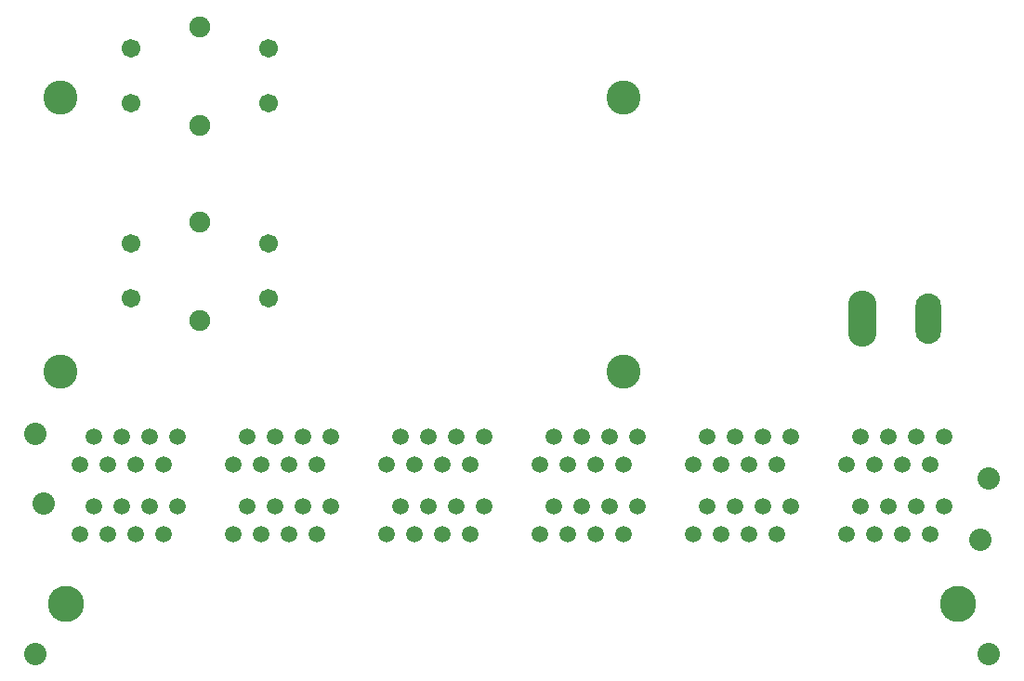
<source format=gbr>
G04 #@! TF.GenerationSoftware,KiCad,Pcbnew,(5.1.0-0)*
G04 #@! TF.CreationDate,2019-04-12T14:29:56-04:00*
G04 #@! TF.ProjectId,pyControl_DSeries,7079436f-6e74-4726-9f6c-5f4453657269,rev?*
G04 #@! TF.SameCoordinates,Original*
G04 #@! TF.FileFunction,Soldermask,Bot*
G04 #@! TF.FilePolarity,Negative*
%FSLAX46Y46*%
G04 Gerber Fmt 4.6, Leading zero omitted, Abs format (unit mm)*
G04 Created by KiCad (PCBNEW (5.1.0-0)) date 2019-04-12 14:29:56*
%MOMM*%
%LPD*%
G04 APERTURE LIST*
%ADD10C,1.901600*%
%ADD11C,1.701600*%
%ADD12O,2.601600X5.101600*%
%ADD13O,2.351600X4.601600*%
%ADD14C,3.301600*%
%ADD15C,1.501600*%
%ADD16C,2.032000*%
%ADD17C,3.101600*%
G04 APERTURE END LIST*
D10*
X68580000Y-99242000D03*
X68580000Y-90242000D03*
D11*
X62330000Y-97242000D03*
X74830000Y-97242000D03*
X74830000Y-92242000D03*
X62330000Y-92242000D03*
D12*
X128905000Y-116840000D03*
D13*
X134905000Y-116840000D03*
D14*
X137668000Y-142811600D03*
X56388000Y-142811600D03*
D15*
X131318000Y-127571600D03*
X132588000Y-136461600D03*
X117348000Y-127571600D03*
X118618000Y-136461600D03*
X103378000Y-127571600D03*
X104648000Y-136461600D03*
X89408000Y-127571600D03*
X90678000Y-136461600D03*
X75438000Y-127571600D03*
X76708000Y-136461600D03*
X61468000Y-127571600D03*
X62738000Y-136461600D03*
D16*
X140462000Y-147386600D03*
X139700000Y-136972600D03*
X140462000Y-131384600D03*
X53594000Y-127320600D03*
X54356000Y-133670600D03*
X53594000Y-147386600D03*
D15*
X127508000Y-130111600D03*
X136398000Y-133921600D03*
X113538000Y-130111600D03*
X122428000Y-133921600D03*
X99568000Y-130111600D03*
X108458000Y-133921600D03*
X85598000Y-130111600D03*
X94488000Y-133921600D03*
X71628000Y-130111600D03*
X80518000Y-133921600D03*
X57658000Y-130111600D03*
X66548000Y-133921600D03*
X135128000Y-130111600D03*
X128778000Y-133921600D03*
X121158000Y-130111600D03*
X114808000Y-133921600D03*
X107188000Y-130111600D03*
X100838000Y-133921600D03*
X93218000Y-130111600D03*
X86868000Y-133921600D03*
X79248000Y-130111600D03*
X72898000Y-133921600D03*
X65278000Y-130111600D03*
X58928000Y-133921600D03*
X136398000Y-127571600D03*
X127508000Y-136461600D03*
X122428000Y-127571600D03*
X113538000Y-136461600D03*
X108458000Y-127571600D03*
X99568000Y-136461600D03*
X94488000Y-127571600D03*
X85598000Y-136461600D03*
X80518000Y-127571600D03*
X71628000Y-136461600D03*
X66548000Y-127571600D03*
X57658000Y-136461600D03*
X133858000Y-127571600D03*
X130048000Y-136461600D03*
X119888000Y-127571600D03*
X116078000Y-136461600D03*
X105918000Y-127571600D03*
X102108000Y-136461600D03*
X91948000Y-127571600D03*
X88138000Y-136461600D03*
X77978000Y-127571600D03*
X74168000Y-136461600D03*
X64008000Y-127571600D03*
X60198000Y-136461600D03*
X130048000Y-130111600D03*
X133858000Y-133921600D03*
X116078000Y-130111600D03*
X119888000Y-133921600D03*
X102108000Y-130111600D03*
X105918000Y-133921600D03*
X88138000Y-130111600D03*
X91948000Y-133921600D03*
X74168000Y-130111600D03*
X77978000Y-133921600D03*
X60198000Y-130111600D03*
X64008000Y-133921600D03*
X132588000Y-130111600D03*
X131318000Y-133921600D03*
X118618000Y-130111600D03*
X117348000Y-133921600D03*
X104648000Y-130111600D03*
X103378000Y-133921600D03*
X90678000Y-130111600D03*
X89408000Y-133921600D03*
X76708000Y-130111600D03*
X75438000Y-133921600D03*
X62738000Y-130111600D03*
X61468000Y-133921600D03*
X128778000Y-127571600D03*
X135128000Y-136461600D03*
X114808000Y-127571600D03*
X121158000Y-136461600D03*
X100838000Y-127571600D03*
X107188000Y-136461600D03*
X86868000Y-127571600D03*
X93218000Y-136461600D03*
X72898000Y-127571600D03*
X79248000Y-136461600D03*
X58928000Y-127571600D03*
X65278000Y-136461600D03*
D17*
X107188000Y-121720000D03*
X107188000Y-96720000D03*
X55880000Y-121720000D03*
X55880000Y-96720000D03*
D10*
X68580000Y-117022000D03*
X68580000Y-108022000D03*
D11*
X62330000Y-115022000D03*
X74830000Y-115022000D03*
X74830000Y-110022000D03*
X62330000Y-110022000D03*
M02*

</source>
